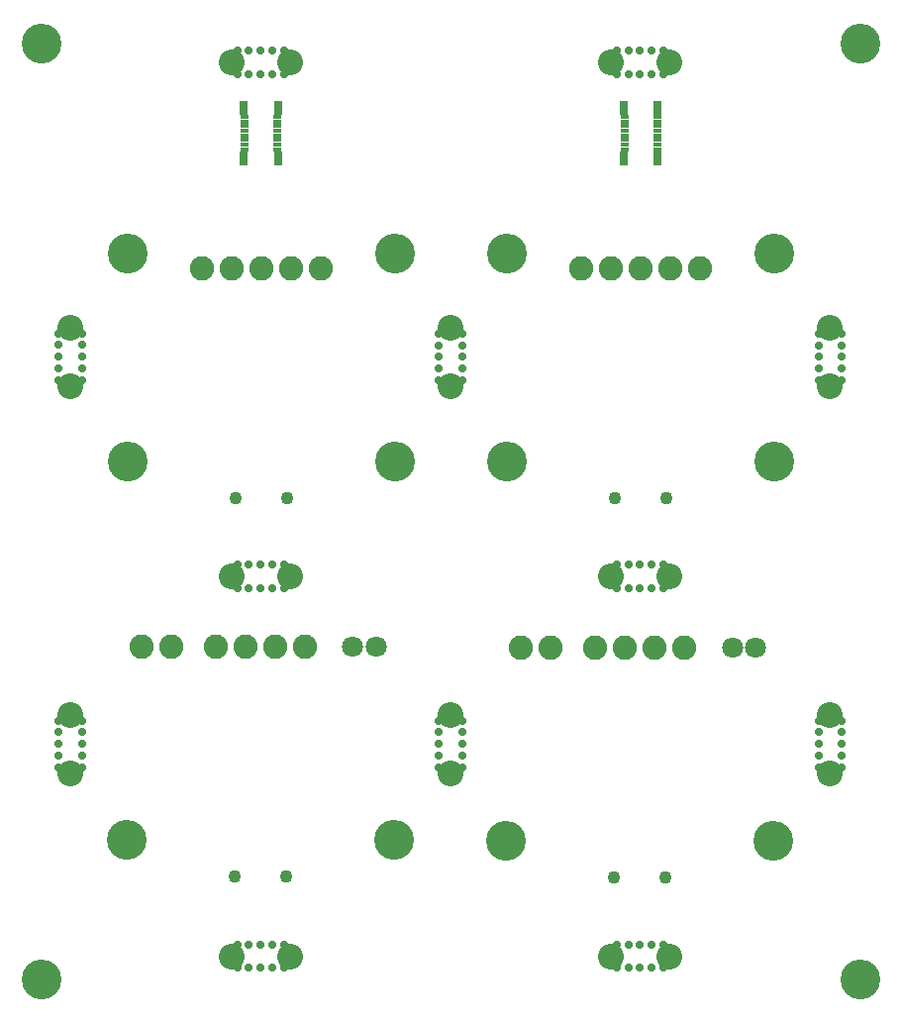
<source format=gbs>
G04 EAGLE Gerber X2 export*
G75*
%MOIN*%
%FSLAX24Y24*%
%LPD*%
%AMOC8*
5,1,8,0,0,1.08239X$1,22.5*%
G01*
%ADD10C,0.027685*%
%ADD11C,0.086740*%
%ADD12C,0.133984*%
%ADD13R,0.029654X0.047370*%
%ADD14R,0.027685X0.017055*%
%ADD15C,0.043433*%
%ADD16C,0.082000*%
%ADD17C,0.070992*%


D10*
X3327Y9114D03*
X3327Y9508D03*
X3327Y9902D03*
X3327Y10295D03*
X3327Y10689D03*
X2539Y9114D03*
X2539Y9508D03*
X2539Y9902D03*
X2539Y10295D03*
X2539Y10689D03*
D11*
X2933Y8917D03*
X2933Y10886D03*
D12*
X1969Y1969D03*
X29528Y1969D03*
X29528Y33465D03*
X1969Y33465D03*
X26657Y19413D03*
X17657Y19413D03*
X17657Y26413D03*
X26657Y26413D03*
X13862Y19413D03*
X4862Y19413D03*
X4862Y26413D03*
X13862Y26413D03*
D10*
X3343Y22150D03*
X3343Y22543D03*
X3343Y22937D03*
X3343Y23331D03*
X3343Y23724D03*
X2555Y22150D03*
X2555Y22543D03*
X2555Y22937D03*
X2555Y23331D03*
X2555Y23724D03*
D11*
X2949Y21953D03*
X2949Y23921D03*
D12*
X26623Y6661D03*
X17623Y6661D03*
X13847Y6680D03*
X4847Y6680D03*
D10*
X8563Y2362D03*
X8957Y2362D03*
X9350Y2362D03*
X9744Y2362D03*
X10138Y2362D03*
X8563Y3150D03*
X8957Y3150D03*
X9350Y3150D03*
X9744Y3150D03*
X10138Y3150D03*
D11*
X8366Y2756D03*
X10335Y2756D03*
D10*
X21339Y2362D03*
X21732Y2362D03*
X22126Y2362D03*
X22520Y2362D03*
X22913Y2362D03*
X21339Y3150D03*
X21732Y3150D03*
X22126Y3150D03*
X22520Y3150D03*
X22913Y3150D03*
D11*
X21142Y2756D03*
X23110Y2756D03*
D10*
X21339Y15157D03*
X21732Y15157D03*
X22126Y15157D03*
X22520Y15157D03*
X22913Y15157D03*
X21339Y15945D03*
X21732Y15945D03*
X22126Y15945D03*
X22520Y15945D03*
X22913Y15945D03*
D11*
X21142Y15551D03*
X23110Y15551D03*
D10*
X8563Y15157D03*
X8957Y15157D03*
X9350Y15157D03*
X9744Y15157D03*
X10138Y15157D03*
X8563Y15945D03*
X8957Y15945D03*
X9350Y15945D03*
X9744Y15945D03*
X10138Y15945D03*
D11*
X8366Y15551D03*
X10335Y15551D03*
D10*
X8563Y32441D03*
X8957Y32441D03*
X9350Y32441D03*
X9744Y32441D03*
X10138Y32441D03*
X8563Y33228D03*
X8957Y33228D03*
X9350Y33228D03*
X9744Y33228D03*
X10138Y33228D03*
D11*
X8366Y32835D03*
X10335Y32835D03*
D10*
X21339Y32441D03*
X21732Y32441D03*
X22126Y32441D03*
X22520Y32441D03*
X22913Y32441D03*
X21339Y33228D03*
X21732Y33228D03*
X22126Y33228D03*
X22520Y33228D03*
X22913Y33228D03*
D11*
X21142Y32835D03*
X23110Y32835D03*
D10*
X16142Y22146D03*
X16142Y22539D03*
X16142Y22933D03*
X16142Y23327D03*
X16142Y23720D03*
X15354Y22146D03*
X15354Y22539D03*
X15354Y22933D03*
X15354Y23327D03*
X15354Y23720D03*
D11*
X15748Y21949D03*
X15748Y23917D03*
D10*
X28917Y9114D03*
X28917Y9508D03*
X28917Y9902D03*
X28917Y10295D03*
X28917Y10689D03*
X28130Y9114D03*
X28130Y9508D03*
X28130Y9902D03*
X28130Y10295D03*
X28130Y10689D03*
D11*
X28524Y8917D03*
X28524Y10886D03*
D10*
X28917Y22146D03*
X28917Y22539D03*
X28917Y22933D03*
X28917Y23327D03*
X28917Y23720D03*
X28130Y22146D03*
X28130Y22539D03*
X28130Y22933D03*
X28130Y23327D03*
X28130Y23720D03*
D11*
X28524Y21949D03*
X28524Y23917D03*
D10*
X16142Y9114D03*
X16142Y9508D03*
X16142Y9902D03*
X16142Y10295D03*
X16142Y10689D03*
X15354Y9114D03*
X15354Y9508D03*
X15354Y9902D03*
X15354Y10295D03*
X15354Y10689D03*
D11*
X15748Y8917D03*
X15748Y10886D03*
D13*
X21589Y31327D03*
X22726Y31327D03*
X21589Y29602D03*
X22726Y29602D03*
D14*
X21598Y30386D03*
X22717Y30386D03*
X22717Y30543D03*
X22717Y30858D03*
X22717Y31016D03*
X21598Y31016D03*
X22717Y30701D03*
X21598Y30228D03*
X22717Y29913D03*
X22717Y30071D03*
X22717Y30228D03*
X21598Y29913D03*
X21598Y30071D03*
X21598Y30858D03*
X21598Y30701D03*
X21598Y30543D03*
D15*
X21291Y18163D03*
X23024Y18163D03*
D16*
X20157Y25913D03*
X21157Y25913D03*
X22157Y25913D03*
X23157Y25913D03*
X24157Y25913D03*
D13*
X8793Y31327D03*
X9931Y31327D03*
X8793Y29602D03*
X9931Y29602D03*
D14*
X8803Y30386D03*
X9921Y30386D03*
X9921Y30543D03*
X9921Y30858D03*
X9921Y31016D03*
X8803Y31016D03*
X9921Y30701D03*
X8803Y30228D03*
X9921Y29913D03*
X9921Y30071D03*
X9921Y30228D03*
X8803Y29913D03*
X8803Y30071D03*
X8803Y30858D03*
X8803Y30701D03*
X8803Y30543D03*
D15*
X8496Y18163D03*
X10228Y18163D03*
D16*
X7362Y25913D03*
X8362Y25913D03*
X9362Y25913D03*
X10362Y25913D03*
X11362Y25913D03*
D15*
X21257Y5411D03*
X22989Y5411D03*
D16*
X23623Y13161D03*
X22623Y13161D03*
X21623Y13161D03*
X20623Y13161D03*
D17*
X25229Y13161D03*
X26017Y13161D03*
D16*
X18123Y13161D03*
X19123Y13161D03*
D15*
X8481Y5430D03*
X10213Y5430D03*
D16*
X10847Y13180D03*
X9847Y13180D03*
X8847Y13180D03*
X7847Y13180D03*
D17*
X12454Y13180D03*
X13241Y13180D03*
D16*
X5347Y13180D03*
X6347Y13180D03*
M02*

</source>
